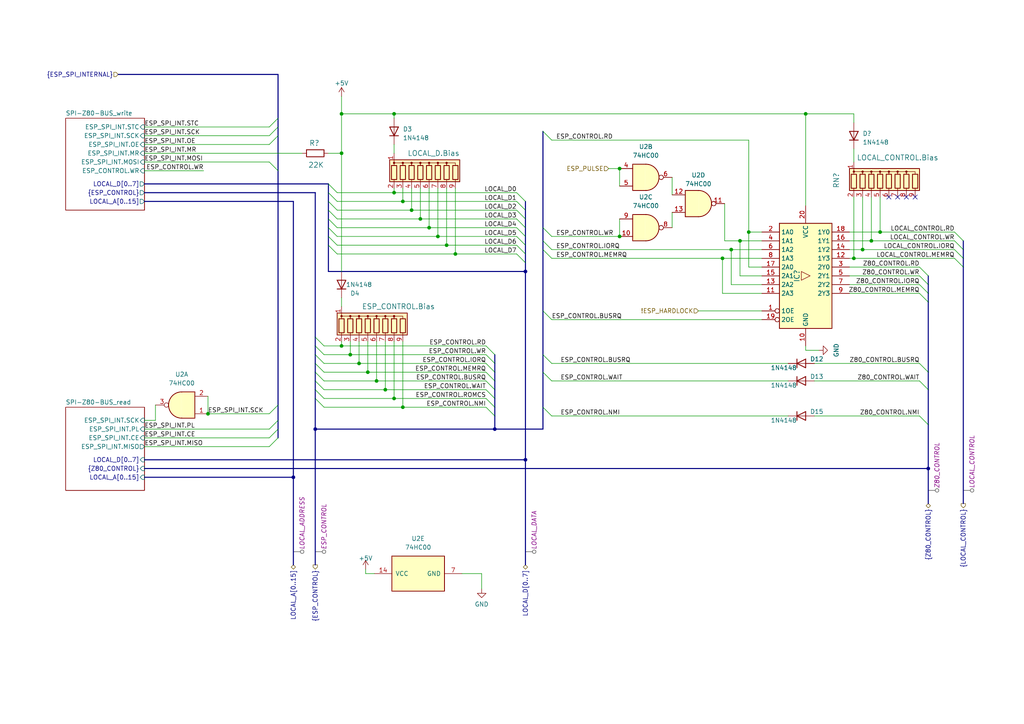
<source format=kicad_sch>
(kicad_sch (version 20230121) (generator eeschema)
  (paper "A4")
  (title_block (title "FujiNet Z80 SPI BUS") (date "2023-07-30") (rev "2") (company "FujiNet") (comment 1 "Fixed SPI Clock") (comment 2 "ROMCS diode removed") (comment 3 "165s Q7 used") (comment 4 "SPI Bus to couple the ESP32 to the Local Bus and Z80 Bus"))
  (lib_symbols
    (symbol "74xx:74HC00" (pin_names (offset 1.016))
      (property "Reference" "U" (at 0 1.27 0))
      (property "Value" "74HC00" (at 0 -1.27 0))
      (symbol "74HC00_1_1"
        (arc (start 0 -3.81) (mid 3.7934 0) (end 0 3.81) (stroke (width 0.254)) (fill (type background)))
        (polyline (pts (xy 0 3.81) (xy -3.81 3.81) (xy -3.81 -3.81) (xy 0 -3.81)) (stroke (width 0.254)) (fill (type background)))
        (pin input line (at -7.62 2.54 0) (length 3.81) (name "~") (number "1"))
        (pin input line (at -7.62 -2.54 0) (length 3.81) (name "~") (number "2"))
        (pin output inverted (at 7.62 0 180) (length 3.81) (name "~") (number "3"))
      )
      (symbol "74HC00_1_2"
        (arc (start -3.81 -3.81) (mid -2.589 0) (end -3.81 3.81) (stroke (width 0.254)))
        (arc (start -0.6096 -3.81) (mid 2.1842 -2.5851) (end 3.81 0) (stroke (width 0.254)) (fill (type background)))
        (polyline (pts (xy -3.81 -3.81) (xy -0.635 -3.81)) (stroke (width 0.254)) (fill (type background)))
        (polyline (pts (xy -3.81 3.81) (xy -0.635 3.81)) (stroke (width 0.254)) (fill (type background)))
        (polyline (pts (xy -0.635 3.81) (xy -3.81 3.81) (xy -3.81 3.81) (xy -3.556 3.4036) (xy -3.0226 2.2606) (xy -2.6924 1.0414) (xy -2.6162 -0.254) (xy -2.7686 -1.4986) (xy -3.175 -2.7178) (xy -3.81 -3.81) (xy -3.81 -3.81) (xy -0.635 -3.81)) (stroke (width -25.4)) (fill (type background)))
        (arc (start 3.81 0) (mid 2.1915 2.5936) (end -0.6096 3.81) (stroke (width 0.254)) (fill (type background)))
        (pin input inverted (at -7.62 2.54 0) (length 4.318) (name "~") (number "1"))
        (pin input inverted (at -7.62 -2.54 0) (length 4.318) (name "~") (number "2"))
        (pin output line (at 7.62 0 180) (length 3.81) (name "~") (number "3"))
      )
      (symbol "74HC00_2_1"
        (arc (start 0 -3.81) (mid 3.7934 0) (end 0 3.81) (stroke (width 0.254)) (fill (type background)))
        (polyline (pts (xy 0 3.81) (xy -3.81 3.81) (xy -3.81 -3.81) (xy 0 -3.81)) (stroke (width 0.254)) (fill (type background)))
        (pin input line (at -7.62 2.54 0) (length 3.81) (name "~") (number "4"))
        (pin input line (at -7.62 -2.54 0) (length 3.81) (name "~") (number "5"))
        (pin output inverted (at 7.62 0 180) (length 3.81) (name "~") (number "6"))
      )
      (symbol "74HC00_2_2"
        (arc (start -3.81 -3.81) (mid -2.589 0) (end -3.81 3.81) (stroke (width 0.254)))
        (arc (start -0.6096 -3.81) (mid 2.1842 -2.5851) (end 3.81 0) (stroke (width 0.254)) (fill (type background)))
        (polyline (pts (xy -3.81 -3.81) (xy -0.635 -3.81)) (stroke (width 0.254)) (fill (type background)))
        (polyline (pts (xy -3.81 3.81) (xy -0.635 3.81)) (stroke (width 0.254)) (fill (type background)))
        (polyline (pts (xy -0.635 3.81) (xy -3.81 3.81) (xy -3.81 3.81) (xy -3.556 3.4036) (xy -3.0226 2.2606) (xy -2.6924 1.0414) (xy -2.6162 -0.254) (xy -2.7686 -1.4986) (xy -3.175 -2.7178) (xy -3.81 -3.81) (xy -3.81 -3.81) (xy -0.635 -3.81)) (stroke (width -25.4)) (fill (type background)))
        (arc (start 3.81 0) (mid 2.1915 2.5936) (end -0.6096 3.81) (stroke (width 0.254)) (fill (type background)))
        (pin input inverted (at -7.62 2.54 0) (length 4.318) (name "~") (number "4"))
        (pin input inverted (at -7.62 -2.54 0) (length 4.318) (name "~") (number "5"))
        (pin output line (at 7.62 0 180) (length 3.81) (name "~") (number "6"))
      )
      (symbol "74HC00_3_1"
        (arc (start 0 -3.81) (mid 3.7934 0) (end 0 3.81) (stroke (width 0.254)) (fill (type background)))
        (polyline (pts (xy 0 3.81) (xy -3.81 3.81) (xy -3.81 -3.81) (xy 0 -3.81)) (stroke (width 0.254)) (fill (type background)))
        (pin input line (at -7.62 -2.54 0) (length 3.81) (name "~") (number "10"))
        (pin output inverted (at 7.62 0 180) (length 3.81) (name "~") (number "8"))
        (pin input line (at -7.62 2.54 0) (length 3.81) (name "~") (number "9"))
      )
      (symbol "74HC00_3_2"
        (arc (start -3.81 -3.81) (mid -2.589 0) (end -3.81 3.81) (stroke (width 0.254)))
        (arc (start -0.6096 -3.81) (mid 2.1842 -2.5851) (end 3.81 0) (stroke (width 0.254)) (fill (type background)))
        (polyline (pts (xy -3.81 -3.81) (xy -0.635 -3.81)) (stroke (width 0.254)) (fill (type background)))
        (polyline (pts (xy -3.81 3.81) (xy -0.635 3.81)) (stroke (width 0.254)) (fill (type background)))
        (polyline (pts (xy -0.635 3.81) (xy -3.81 3.81) (xy -3.81 3.81) (xy -3.556 3.4036) (xy -3.0226 2.2606) (xy -2.6924 1.0414) (xy -2.6162 -0.254) (xy -2.7686 -1.4986) (xy -3.175 -2.7178) (xy -3.81 -3.81) (xy -3.81 -3.81) (xy -0.635 -3.81)) (stroke (width -25.4)) (fill (type background)))
        (arc (start 3.81 0) (mid 2.1915 2.5936) (end -0.6096 3.81) (stroke (width 0.254)) (fill (type background)))
        (pin input inverted (at -7.62 -2.54 0) (length 4.318) (name "~") (number "10"))
        (pin output line (at 7.62 0 180) (length 3.81) (name "~") (number "8"))
        (pin input inverted (at -7.62 2.54 0) (length 4.318) (name "~") (number "9"))
      )
      (symbol "74HC00_4_1"
        (arc (start 0 -3.81) (mid 3.7934 0) (end 0 3.81) (stroke (width 0.254)) (fill (type background)))
        (polyline (pts (xy 0 3.81) (xy -3.81 3.81) (xy -3.81 -3.81) (xy 0 -3.81)) (stroke (width 0.254)) (fill (type background)))
        (pin output inverted (at 7.62 0 180) (length 3.81) (name "~") (number "11"))
        (pin input line (at -7.62 2.54 0) (length 3.81) (name "~") (number "12"))
        (pin input line (at -7.62 -2.54 0) (length 3.81) (name "~") (number "13"))
      )
      (symbol "74HC00_4_2"
        (arc (start -3.81 -3.81) (mid -2.589 0) (end -3.81 3.81) (stroke (width 0.254)))
        (arc (start -0.6096 -3.81) (mid 2.1842 -2.5851) (end 3.81 0) (stroke (width 0.254)) (fill (type background)))
        (polyline (pts (xy -3.81 -3.81) (xy -0.635 -3.81)) (stroke (width 0.254)) (fill (type background)))
        (polyline (pts (xy -3.81 3.81) (xy -0.635 3.81)) (stroke (width 0.254)) (fill (type background)))
        (polyline (pts (xy -0.635 3.81) (xy -3.81 3.81) (xy -3.81 3.81) (xy -3.556 3.4036) (xy -3.0226 2.2606) (xy -2.6924 1.0414) (xy -2.6162 -0.254) (xy -2.7686 -1.4986) (xy -3.175 -2.7178) (xy -3.81 -3.81) (xy -3.81 -3.81) (xy -0.635 -3.81)) (stroke (width -25.4)) (fill (type background)))
        (arc (start 3.81 0) (mid 2.1915 2.5936) (end -0.6096 3.81) (stroke (width 0.254)) (fill (type background)))
        (pin output line (at 7.62 0 180) (length 3.81) (name "~") (number "11"))
        (pin input inverted (at -7.62 2.54 0) (length 4.318) (name "~") (number "12"))
        (pin input inverted (at -7.62 -2.54 0) (length 4.318) (name "~") (number "13"))
      )
      (symbol "74HC00_5_0"
        (pin power_in line (at 0 12.7 270) (length 5.08) (name "VCC") (number "14"))
        (pin power_in line (at 0 -12.7 90) (length 5.08) (name "GND") (number "7"))
      )
      (symbol "74HC00_5_1"
        (rectangle (start -5.08 7.62) (end 5.08 -7.62) (stroke (width 0.254)) (fill (type background)))
      )
    )
    (symbol "74xx:74HC244"
      (property "Reference" "U" (at -7.62 16.51 0))
      (property "Value" "74HC244" (at -7.62 -16.51 0))
      (symbol "74HC244_1_0"
        (polyline (pts (xy 1.27 0) (xy -1.27 1.27) (xy -1.27 -1.27) (xy 1.27 0)) (stroke (width 0.1524)))
        (pin input inverted (at -12.7 -10.16 0) (length 5.08) (name "1OE") (number "1"))
        (pin power_in line (at 0 -20.32 90) (length 5.08) (name "GND") (number "10"))
        (pin input line (at -12.7 -5.08 0) (length 5.08) (name "2A3") (number "11"))
        (pin tri_state line (at 12.7 5.08 180) (length 5.08) (name "1Y3") (number "12"))
        (pin input line (at -12.7 -2.54 0) (length 5.08) (name "2A2") (number "13"))
        (pin tri_state line (at 12.7 7.62 180) (length 5.08) (name "1Y2") (number "14"))
        (pin input line (at -12.7 0 0) (length 5.08) (name "2A1") (number "15"))
        (pin tri_state line (at 12.7 10.16 180) (length 5.08) (name "1Y1") (number "16"))
        (pin input line (at -12.7 2.54 0) (length 5.08) (name "2A0") (number "17"))
        (pin tri_state line (at 12.7 12.7 180) (length 5.08) (name "1Y0") (number "18"))
        (pin input inverted (at -12.7 -12.7 0) (length 5.08) (name "2OE") (number "19"))
        (pin input line (at -12.7 12.7 0) (length 5.08) (name "1A0") (number "2"))
        (pin power_in line (at 0 20.32 270) (length 5.08) (name "VCC") (number "20"))
        (pin tri_state line (at 12.7 2.54 180) (length 5.08) (name "2Y0") (number "3"))
        (pin input line (at -12.7 10.16 0) (length 5.08) (name "1A1") (number "4"))
        (pin tri_state line (at 12.7 0 180) (length 5.08) (name "2Y1") (number "5"))
        (pin input line (at -12.7 7.62 0) (length 5.08) (name "1A2") (number "6"))
        (pin tri_state line (at 12.7 -2.54 180) (length 5.08) (name "2Y2") (number "7"))
        (pin input line (at -12.7 5.08 0) (length 5.08) (name "1A3") (number "8"))
        (pin tri_state line (at 12.7 -5.08 180) (length 5.08) (name "2Y3") (number "9"))
      )
      (symbol "74HC244_1_1"
        (rectangle (start -7.62 15.24) (end 7.62 -15.24) (stroke (width 0.254)) (fill (type background)))
      )
    )
    (symbol "Device:D" (pin_numbers hide) (pin_names (offset 1.016) hide)
      (property "Reference" "D" (at 0 2.54 0))
      (property "Value" "D" (at 0 -2.54 0))
      (symbol "D_0_1"
        (polyline (pts (xy -1.27 1.27) (xy -1.27 -1.27)) (stroke (width 0.254)))
        (polyline (pts (xy 1.27 0) (xy -1.27 0)))
        (polyline (pts (xy 1.27 1.27) (xy 1.27 -1.27) (xy -1.27 0) (xy 1.27 1.27)) (stroke (width 0.254)))
      )
      (symbol "D_1_1"
        (pin passive line (at -3.81 0 0) (length 2.54) (name "K") (number "1"))
        (pin passive line (at 3.81 0 180) (length 2.54) (name "A") (number "2"))
      )
    )
    (symbol "Device:R" (pin_numbers hide) (pin_names (offset 0))
      (property "Reference" "R" (at 2.032 0 90))
      (property "Value" "R" (at 0 0 90))
      (symbol "R_0_1"
        (rectangle (start -1.016 -2.54) (end 1.016 2.54) (stroke (width 0.254)))
      )
      (symbol "R_1_1"
        (pin passive line (at 0 3.81 270) (length 1.27) (name "~") (number "1"))
        (pin passive line (at 0 -3.81 90) (length 1.27) (name "~") (number "2"))
      )
    )
    (symbol "Device:R_Network08" (pin_names (offset 0) hide)
      (property "Reference" "RN" (at -12.7 0 90))
      (property "Value" "R_Network08" (at 10.16 0 90))
      (symbol "R_Network08_0_1"
        (rectangle (start -11.43 -3.175) (end 8.89 3.175) (stroke (width 0.254)) (fill (type background)))
        (rectangle (start -10.922 1.524) (end -9.398 -2.54) (stroke (width 0.254)))
        (circle (center -10.16 2.286) (radius 0.254) (fill (type outline)))
        (rectangle (start -8.382 1.524) (end -6.858 -2.54) (stroke (width 0.254)))
        (circle (center -7.62 2.286) (radius 0.254) (fill (type outline)))
        (rectangle (start -5.842 1.524) (end -4.318 -2.54) (stroke (width 0.254)))
        (circle (center -5.08 2.286) (radius 0.254) (fill (type outline)))
        (rectangle (start -3.302 1.524) (end -1.778 -2.54) (stroke (width 0.254)))
        (circle (center -2.54 2.286) (radius 0.254) (fill (type outline)))
        (rectangle (start -0.762 1.524) (end 0.762 -2.54) (stroke (width 0.254)))
        (polyline (pts (xy -10.16 -2.54) (xy -10.16 -3.81)))
        (polyline (pts (xy -7.62 -2.54) (xy -7.62 -3.81)))
        (polyline (pts (xy -5.08 -2.54) (xy -5.08 -3.81)))
        (polyline (pts (xy -2.54 -2.54) (xy -2.54 -3.81)))
        (polyline (pts (xy 0 -2.54) (xy 0 -3.81)))
        (polyline (pts (xy 2.54 -2.54) (xy 2.54 -3.81)))
        (polyline (pts (xy 5.08 -2.54) (xy 5.08 -3.81)))
        (polyline (pts (xy 7.62 -2.54) (xy 7.62 -3.81)))
        (polyline (pts (xy -10.16 1.524) (xy -10.16 2.286) (xy -7.62 2.286) (xy -7.62 1.524)))
        (polyline (pts (xy -7.62 1.524) (xy -7.62 2.286) (xy -5.08 2.286) (xy -5.08 1.524)))
        (polyline (pts (xy -5.08 1.524) (xy -5.08 2.286) (xy -2.54 2.286) (xy -2.54 1.524)))
        (polyline (pts (xy -2.54 1.524) (xy -2.54 2.286) (xy 0 2.286) (xy 0 1.524)))
        (polyline (pts (xy 0 1.524) (xy 0 2.286) (xy 2.54 2.286) (xy 2.54 1.524)))
        (polyline (pts (xy 2.54 1.524) (xy 2.54 2.286) (xy 5.08 2.286) (xy 5.08 1.524)))
        (polyline (pts (xy 5.08 1.524) (xy 5.08 2.286) (xy 7.62 2.286) (xy 7.62 1.524)))
        (circle (center 0 2.286) (radius 0.254) (fill (type outline)))
        (rectangle (start 1.778 1.524) (end 3.302 -2.54) (stroke (width 0.254)))
        (circle (center 2.54 2.286) (radius 0.254) (fill (type outline)))
        (rectangle (start 4.318 1.524) (end 5.842 -2.54) (stroke (width 0.254)))
        (circle (center 5.08 2.286) (radius 0.254) (fill (type outline)))
        (rectangle (start 6.858 1.524) (end 8.382 -2.54) (stroke (width 0.254)))
      )
      (symbol "R_Network08_1_1"
        (pin passive line (at -10.16 5.08 270) (length 2.54) (name "common") (number "1"))
        (pin passive line (at -10.16 -5.08 90) (length 1.27) (name "R1") (number "2"))
        (pin passive line (at -7.62 -5.08 90) (length 1.27) (name "R2") (number "3"))
        (pin passive line (at -5.08 -5.08 90) (length 1.27) (name "R3") (number "4"))
        (pin passive line (at -2.54 -5.08 90) (length 1.27) (name "R4") (number "5"))
        (pin passive line (at 0 -5.08 90) (length 1.27) (name "R5") (number "6"))
        (pin passive line (at 2.54 -5.08 90) (length 1.27) (name "R6") (number "7"))
        (pin passive line (at 5.08 -5.08 90) (length 1.27) (name "R7") (number "8"))
        (pin passive line (at 7.62 -5.08 90) (length 1.27) (name "R8") (number "9"))
      )
    )
    (symbol "power:+5V" (power) (pin_names (offset 0))
      (property "Value" "+5V" (at 0 3.556 0))
      (symbol "+5V_0_1"
        (polyline (pts (xy -0.762 1.27) (xy 0 2.54)))
        (polyline (pts (xy 0 0) (xy 0 2.54)))
        (polyline (pts (xy 0 2.54) (xy 0.762 1.27)))
      )
      (symbol "+5V_1_1"
        (pin power_in line (at 0 0 90) (length 0) hide (name "+5V") (number "1"))
      )
    )
    (symbol "power:GND" (power) (pin_names (offset 0))
      (property "Value" "GND" (at 0 -3.81 0))
      (symbol "GND_0_1"
        (polyline (pts (xy 0 0) (xy 0 -1.27) (xy 1.27 -1.27) (xy 0 -2.54) (xy -1.27 -1.27) (xy 0 -1.27)))
      )
      (symbol "GND_1_1"
        (pin power_in line (at 0 0 270) (length 0) hide (name "GND") (number "1"))
      )
    )
  )
  (bus_alias "LOCAL_CONTROL" (members "LOCAL_CONTROL.RD" "LOCAL_CONTROL.WR" "LOCAL_CONTROL.IORQ" "LOCAL_CONTROL.MEMRQ"))
  (bus_alias "ESP_CONTROL" (members "ESP_CONTROL.RD" "ESP_CONTROL.WR" "ESP_CONTROL.IORQ" "ESP_CONTROL.MEMRQ" "ESP_CONTROL.BUSRQ" "ESP_CONTROL.WAIT" "ESP_CONTROL.ROMCS" "ESP_CONTROL.NMI"))
  (bus_alias "ESP_SPI_INTERNAL" (members "ESP_SPI_INT.MOSI" "ESP_SPI_INT.SCK" "ESP_SPI_INT.MR" "ESP_SPI_INT.STC" "ESP_SPI_INT.CE" "ESP_SPI_INT.PL" "ESP_SPI_INT.MISO" "ESP_SPI_INT.OE" ""))
  (junction (at 114.3 55.88))
  (junction (at 132.08 73.66))
  (junction (at 116.84 58.42))
  (junction (at 99.06 100.33))
  (junction (at 129.54 71.12))
  (junction (at 179.705 48.895))
  (junction (at 179.705 68.58))
  (junction (at 116.84 118.11))
  (junction (at 209.55 74.93))
  (junction (at 85.09 138.43))
  (junction (at 111.76 113.03))
  (junction (at 217.17 67.31))
  (junction (at 99.06 44.45))
  (junction (at 104.14 105.41))
  (junction (at 250.19 72.39))
  (junction (at 121.92 63.5))
  (junction (at 60.325 120.015))
  (junction (at 114.3 33.02))
  (junction (at 212.09 72.39))
  (junction (at 152.4 78.74))
  (junction (at 119.38 60.96))
  (junction (at 124.46 66.04))
  (junction (at 127 68.58))
  (junction (at 91.44 124.46))
  (junction (at 109.22 110.49))
  (junction (at 255.27 67.31))
  (junction (at 152.4 133.35))
  (junction (at 247.65 74.93))
  (junction (at 114.3 115.57))
  (junction (at 214.63 69.85))
  (junction (at 101.6 102.87))
  (junction (at 252.73 69.85))
  (junction (at 106.68 107.95))
  (junction (at 233.68 33.02))
  (junction (at 269.24 135.89))
  (junction (at 143.51 124.46))
  (junction (at 99.06 33.02))
  (no_connect (at 265.43 57.15))
  (no_connect (at 260.35 57.15))
  (no_connect (at 262.89 57.15))
  (no_connect (at 257.81 57.15))
  (bus_entry (at 78.105 127) (size 2.54 -2.54))
  (bus_entry (at 95.25 63.5) (size 2.54 2.54))
  (bus_entry (at 149.86 73.66) (size 2.54 2.54))
  (bus_entry (at 91.44 97.79) (size 2.54 2.54))
  (bus_entry (at 266.7 82.55) (size 2.54 2.54))
  (bus_entry (at 91.44 110.49) (size 2.54 2.54))
  (bus_entry (at 157.48 107.95) (size 2.54 2.54))
  (bus_entry (at 149.86 66.04) (size 2.54 2.54))
  (bus_entry (at 91.44 105.41) (size 2.54 2.54))
  (bus_entry (at 266.7 105.41) (size 2.54 2.54))
  (bus_entry (at 157.48 90.17) (size 2.54 2.54))
  (bus_entry (at 95.25 71.12) (size 2.54 2.54))
  (bus_entry (at 140.97 100.33) (size 2.54 2.54))
  (bus_entry (at 140.97 110.49) (size 2.54 2.54))
  (bus_entry (at 95.25 68.58) (size 2.54 2.54))
  (bus_entry (at 276.86 74.93) (size 2.54 2.54))
  (bus_entry (at 276.86 69.85) (size 2.54 2.54))
  (bus_entry (at 157.48 38.1) (size 2.54 2.54))
  (bus_entry (at 95.25 58.42) (size 2.54 2.54))
  (bus_entry (at 140.97 118.11) (size 2.54 2.54))
  (bus_entry (at 157.48 66.04) (size 2.54 2.54))
  (bus_entry (at 149.86 58.42) (size 2.54 2.54))
  (bus_entry (at 140.97 105.41) (size 2.54 2.54))
  (bus_entry (at 276.86 72.39) (size 2.54 2.54))
  (bus_entry (at 266.7 77.47) (size 2.54 2.54))
  (bus_entry (at 78.105 129.54) (size 2.54 -2.54))
  (bus_entry (at 157.48 69.85) (size 2.54 2.54))
  (bus_entry (at 78.105 124.46) (size 2.54 -2.54))
  (bus_entry (at 149.86 55.88) (size 2.54 2.54))
  (bus_entry (at 157.48 118.11) (size 2.54 2.54))
  (bus_entry (at 149.86 71.12) (size 2.54 2.54))
  (bus_entry (at 140.97 107.95) (size 2.54 2.54))
  (bus_entry (at 80.645 34.29) (size -2.54 2.54))
  (bus_entry (at 95.25 53.34) (size 2.54 2.54))
  (bus_entry (at 95.25 66.04) (size 2.54 2.54))
  (bus_entry (at 95.25 60.96) (size 2.54 2.54))
  (bus_entry (at 266.7 80.01) (size 2.54 2.54))
  (bus_entry (at 91.44 115.57) (size 2.54 2.54))
  (bus_entry (at 276.86 67.31) (size 2.54 2.54))
  (bus_entry (at 91.44 102.87) (size 2.54 2.54))
  (bus_entry (at 157.48 72.39) (size 2.54 2.54))
  (bus_entry (at 78.105 120.015) (size 2.54 -2.54))
  (bus_entry (at 140.97 115.57) (size 2.54 2.54))
  (bus_entry (at 149.86 60.96) (size 2.54 2.54))
  (bus_entry (at 91.44 107.95) (size 2.54 2.54))
  (bus_entry (at 149.86 63.5) (size 2.54 2.54))
  (bus_entry (at 80.645 36.83) (size -2.54 2.54))
  (bus_entry (at 157.48 102.87) (size 2.54 2.54))
  (bus_entry (at 140.97 102.87) (size 2.54 2.54))
  (bus_entry (at 149.86 68.58) (size 2.54 2.54))
  (bus_entry (at 91.44 100.33) (size 2.54 2.54))
  (bus_entry (at 266.7 85.09) (size 2.54 2.54))
  (bus_entry (at 140.97 113.03) (size 2.54 2.54))
  (bus_entry (at 91.44 113.03) (size 2.54 2.54))
  (bus_entry (at 80.645 39.37) (size -2.54 2.54))
  (bus_entry (at 266.7 110.49) (size 2.54 2.54))
  (bus_entry (at 78.105 46.99) (size 2.54 2.54))
  (bus_entry (at 266.7 120.65) (size 2.54 2.54))
  (bus_entry (at 95.25 55.88) (size 2.54 2.54))
  (wire (pts (xy 111.76 99.06) (xy 111.76 113.03)))
  (bus (pts (xy 279.4 77.47) (xy 279.4 146.05)))
  (wire (pts (xy 41.91 129.54) (xy 78.105 129.54)))
  (wire (pts (xy 237.49 101.6) (xy 233.68 101.6)))
  (bus (pts (xy 91.44 124.46) (xy 91.44 163.83)))
  (bus (pts (xy 269.24 146.05) (xy 269.24 135.89)))
  (bus (pts (xy 157.48 118.11) (xy 157.48 124.46)))
  (bus (pts (xy 95.25 71.12) (xy 95.25 78.74)))
  (bus (pts (xy 269.24 113.03) (xy 269.24 123.19)))
  (bus (pts (xy 91.44 100.33) (xy 91.44 102.87)))
  (wire (pts (xy 176.53 48.895) (xy 179.705 48.895)))
  (bus (pts (xy 91.44 105.41) (xy 91.44 107.95)))
  (wire (pts (xy 132.08 73.66) (xy 132.08 54.61)))
  (wire (pts (xy 114.3 115.57) (xy 140.97 115.57)))
  (wire (pts (xy 109.22 99.06) (xy 109.22 110.49)))
  (wire (pts (xy 124.46 66.04) (xy 124.46 54.61)))
  (bus (pts (xy 80.645 124.46) (xy 80.645 127)))
  (bus (pts (xy 41.91 53.34) (xy 95.25 53.34)))
  (wire (pts (xy 109.22 110.49) (xy 93.98 110.49)))
  (bus (pts (xy 91.44 97.79) (xy 91.44 100.33)))
  (wire (pts (xy 97.79 63.5) (xy 121.92 63.5)))
  (wire (pts (xy 179.705 68.58) (xy 179.705 63.5)))
  (wire (pts (xy 129.54 71.12) (xy 129.54 54.61)))
  (wire (pts (xy 194.945 51.435) (xy 194.945 56.515)))
  (wire (pts (xy 209.55 85.09) (xy 209.55 74.93)))
  (wire (pts (xy 246.38 77.47) (xy 266.7 77.47)))
  (wire (pts (xy 119.38 60.96) (xy 119.38 54.61)))
  (wire (pts (xy 99.06 33.02) (xy 99.06 44.45)))
  (wire (pts (xy 212.09 82.55) (xy 220.98 82.55)))
  (wire (pts (xy 160.02 105.41) (xy 228.6 105.41)))
  (wire (pts (xy 116.84 118.11) (xy 140.97 118.11)))
  (bus (pts (xy 41.91 55.88) (xy 91.44 55.88)))
  (wire (pts (xy 114.3 115.57) (xy 93.98 115.57)))
  (wire (pts (xy 97.79 60.96) (xy 119.38 60.96)))
  (wire (pts (xy 97.79 55.88) (xy 114.3 55.88)))
  (bus (pts (xy 143.51 110.49) (xy 143.51 113.03)))
  (wire (pts (xy 149.86 73.66) (xy 132.08 73.66)))
  (bus (pts (xy 152.4 71.12) (xy 152.4 73.66)))
  (bus (pts (xy 91.44 102.87) (xy 91.44 105.41)))
  (wire (pts (xy 212.09 72.39) (xy 220.98 72.39)))
  (bus (pts (xy 41.91 135.89) (xy 269.24 135.89)))
  (wire (pts (xy 59.055 49.53) (xy 41.91 49.53)))
  (wire (pts (xy 250.19 72.39) (xy 250.19 57.15)))
  (bus (pts (xy 152.4 78.74) (xy 152.4 133.35)))
  (wire (pts (xy 99.06 99.06) (xy 99.06 100.33)))
  (wire (pts (xy 106.045 166.37) (xy 108.585 166.37)))
  (wire (pts (xy 60.325 120.015) (xy 78.105 120.015)))
  (wire (pts (xy 209.55 85.09) (xy 220.98 85.09)))
  (bus (pts (xy 152.4 76.2) (xy 152.4 78.74)))
  (bus (pts (xy 143.51 102.87) (xy 143.51 105.41)))
  (wire (pts (xy 246.38 67.31) (xy 255.27 67.31)))
  (bus (pts (xy 41.91 138.43) (xy 85.09 138.43)))
  (wire (pts (xy 212.09 82.55) (xy 212.09 72.39)))
  (wire (pts (xy 111.76 113.03) (xy 93.98 113.03)))
  (wire (pts (xy 255.27 67.31) (xy 276.86 67.31)))
  (bus (pts (xy 152.4 58.42) (xy 152.4 60.96)))
  (wire (pts (xy 160.02 110.49) (xy 228.6 110.49)))
  (bus (pts (xy 152.4 60.96) (xy 152.4 63.5)))
  (wire (pts (xy 214.63 80.01) (xy 214.63 69.85)))
  (wire (pts (xy 41.91 124.46) (xy 78.105 124.46)))
  (wire (pts (xy 210.185 69.85) (xy 214.63 69.85)))
  (bus (pts (xy 152.4 66.04) (xy 152.4 68.58)))
  (wire (pts (xy 41.91 36.83) (xy 78.105 36.83)))
  (wire (pts (xy 116.84 99.06) (xy 116.84 118.11)))
  (bus (pts (xy 85.09 138.43) (xy 85.09 163.83)))
  (bus (pts (xy 91.44 107.95) (xy 91.44 110.49)))
  (wire (pts (xy 252.73 69.85) (xy 252.73 57.15)))
  (wire (pts (xy 109.22 110.49) (xy 140.97 110.49)))
  (wire (pts (xy 99.06 27.94) (xy 99.06 33.02)))
  (wire (pts (xy 247.65 74.93) (xy 276.86 74.93)))
  (bus (pts (xy 95.25 78.74) (xy 152.4 78.74)))
  (wire (pts (xy 255.27 67.31) (xy 255.27 57.15)))
  (bus (pts (xy 80.645 121.92) (xy 80.645 124.46)))
  (bus (pts (xy 157.48 69.85) (xy 157.48 72.39)))
  (wire (pts (xy 236.22 110.49) (xy 266.7 110.49)))
  (wire (pts (xy 106.68 107.95) (xy 93.98 107.95)))
  (wire (pts (xy 114.3 41.91) (xy 114.3 44.45)))
  (wire (pts (xy 160.02 68.58) (xy 179.705 68.58)))
  (bus (pts (xy 85.09 58.42) (xy 85.09 138.43)))
  (bus (pts (xy 80.645 36.83) (xy 80.645 39.37)))
  (wire (pts (xy 233.68 33.02) (xy 233.68 59.69)))
  (bus (pts (xy 143.51 118.11) (xy 143.51 120.65)))
  (wire (pts (xy 194.945 61.595) (xy 194.945 66.04)))
  (wire (pts (xy 101.6 102.87) (xy 101.6 99.06)))
  (bus (pts (xy 95.25 66.04) (xy 95.25 68.58)))
  (bus (pts (xy 143.51 115.57) (xy 143.51 118.11)))
  (bus (pts (xy 143.51 120.65) (xy 143.51 124.46)))
  (wire (pts (xy 99.06 44.45) (xy 99.06 78.74)))
  (bus (pts (xy 269.24 87.63) (xy 269.24 107.95)))
  (wire (pts (xy 97.79 66.04) (xy 124.46 66.04)))
  (wire (pts (xy 114.3 54.61) (xy 114.3 55.88)))
  (bus (pts (xy 91.44 115.57) (xy 91.44 124.46)))
  (wire (pts (xy 121.92 63.5) (xy 121.92 54.61)))
  (bus (pts (xy 157.48 38.1) (xy 157.48 66.04)))
  (wire (pts (xy 214.63 69.85) (xy 220.98 69.85)))
  (bus (pts (xy 80.645 49.53) (xy 80.645 117.475)))
  (bus (pts (xy 157.48 107.95) (xy 157.48 118.11)))
  (wire (pts (xy 214.63 80.01) (xy 220.98 80.01)))
  (wire (pts (xy 139.7 166.37) (xy 133.985 166.37)))
  (bus (pts (xy 95.25 58.42) (xy 95.25 60.96)))
  (wire (pts (xy 104.14 105.41) (xy 140.97 105.41)))
  (wire (pts (xy 217.17 67.31) (xy 220.98 67.31)))
  (wire (pts (xy 116.84 118.11) (xy 93.98 118.11)))
  (wire (pts (xy 236.22 120.65) (xy 266.7 120.65)))
  (wire (pts (xy 41.91 44.45) (xy 87.63 44.45)))
  (bus (pts (xy 80.645 39.37) (xy 80.645 49.53)))
  (wire (pts (xy 114.3 99.06) (xy 114.3 115.57)))
  (wire (pts (xy 160.02 92.71) (xy 220.98 92.71)))
  (wire (pts (xy 116.84 58.42) (xy 116.84 54.61)))
  (wire (pts (xy 101.6 102.87) (xy 140.97 102.87)))
  (wire (pts (xy 114.3 33.02) (xy 233.68 33.02)))
  (wire (pts (xy 149.86 60.96) (xy 119.38 60.96)))
  (wire (pts (xy 217.17 40.64) (xy 217.17 67.31)))
  (wire (pts (xy 99.06 100.33) (xy 93.98 100.33)))
  (wire (pts (xy 104.14 105.41) (xy 93.98 105.41)))
  (wire (pts (xy 99.06 100.33) (xy 140.97 100.33)))
  (wire (pts (xy 99.06 86.36) (xy 99.06 88.9)))
  (wire (pts (xy 45.085 117.475) (xy 45.085 121.92)))
  (wire (pts (xy 149.86 66.04) (xy 124.46 66.04)))
  (bus (pts (xy 157.48 66.04) (xy 157.48 69.85)))
  (bus (pts (xy 157.48 124.46) (xy 143.51 124.46)))
  (wire (pts (xy 246.38 74.93) (xy 247.65 74.93)))
  (bus (pts (xy 95.25 68.58) (xy 95.25 71.12)))
  (wire (pts (xy 97.79 71.12) (xy 129.54 71.12)))
  (bus (pts (xy 91.44 113.03) (xy 91.44 115.57)))
  (bus (pts (xy 80.645 117.475) (xy 80.645 121.92)))
  (bus (pts (xy 91.44 55.88) (xy 91.44 97.79)))
  (wire (pts (xy 217.17 77.47) (xy 220.98 77.47)))
  (wire (pts (xy 149.86 68.58) (xy 127 68.58)))
  (wire (pts (xy 160.02 120.65) (xy 228.6 120.65)))
  (wire (pts (xy 97.79 58.42) (xy 116.84 58.42)))
  (wire (pts (xy 233.68 101.6) (xy 233.68 100.33)))
  (wire (pts (xy 106.68 99.06) (xy 106.68 107.95)))
  (bus (pts (xy 95.25 53.34) (xy 95.25 55.88)))
  (wire (pts (xy 111.76 113.03) (xy 140.97 113.03)))
  (wire (pts (xy 97.79 73.66) (xy 132.08 73.66)))
  (bus (pts (xy 143.51 105.41) (xy 143.51 107.95)))
  (wire (pts (xy 179.705 53.975) (xy 179.705 48.895)))
  (wire (pts (xy 41.91 46.99) (xy 78.105 46.99)))
  (bus (pts (xy 143.51 113.03) (xy 143.51 115.57)))
  (bus (pts (xy 269.24 107.95) (xy 269.24 113.03)))
  (wire (pts (xy 149.86 55.88) (xy 114.3 55.88)))
  (wire (pts (xy 246.38 69.85) (xy 252.73 69.85)))
  (wire (pts (xy 250.19 72.39) (xy 276.86 72.39)))
  (bus (pts (xy 41.91 133.35) (xy 152.4 133.35)))
  (wire (pts (xy 246.38 80.01) (xy 266.7 80.01)))
  (bus (pts (xy 157.48 90.17) (xy 157.48 102.87)))
  (wire (pts (xy 212.09 72.39) (xy 160.02 72.39)))
  (wire (pts (xy 252.73 69.85) (xy 276.86 69.85)))
  (bus (pts (xy 95.25 60.96) (xy 95.25 63.5)))
  (bus (pts (xy 152.4 63.5) (xy 152.4 66.04)))
  (bus (pts (xy 80.645 21.59) (xy 80.645 34.29)))
  (wire (pts (xy 106.68 107.95) (xy 140.97 107.95)))
  (wire (pts (xy 209.55 74.93) (xy 160.02 74.93)))
  (wire (pts (xy 41.91 121.92) (xy 45.085 121.92)))
  (wire (pts (xy 247.65 43.18) (xy 247.65 46.99)))
  (wire (pts (xy 127 68.58) (xy 127 54.61)))
  (wire (pts (xy 210.185 59.055) (xy 210.185 69.85)))
  (wire (pts (xy 233.68 33.02) (xy 247.65 33.02)))
  (bus (pts (xy 157.48 72.39) (xy 157.48 90.17)))
  (bus (pts (xy 152.4 68.58) (xy 152.4 71.12)))
  (bus (pts (xy 269.24 80.01) (xy 269.24 82.55)))
  (wire (pts (xy 246.38 82.55) (xy 266.7 82.55)))
  (bus (pts (xy 95.25 63.5) (xy 95.25 66.04)))
  (wire (pts (xy 149.86 63.5) (xy 121.92 63.5)))
  (wire (pts (xy 101.6 102.87) (xy 93.98 102.87)))
  (bus (pts (xy 152.4 73.66) (xy 152.4 76.2)))
  (bus (pts (xy 157.48 102.87) (xy 157.48 107.95)))
  (wire (pts (xy 149.86 58.42) (xy 116.84 58.42)))
  (wire (pts (xy 99.06 33.02) (xy 114.3 33.02)))
  (wire (pts (xy 97.79 68.58) (xy 127 68.58)))
  (wire (pts (xy 60.325 114.935) (xy 60.325 120.015)))
  (wire (pts (xy 106.045 165.1) (xy 106.045 166.37)))
  (bus (pts (xy 269.24 135.89) (xy 269.24 123.19)))
  (bus (pts (xy 91.44 110.49) (xy 91.44 113.03)))
  (wire (pts (xy 246.38 72.39) (xy 250.19 72.39)))
  (wire (pts (xy 139.7 166.37) (xy 139.7 170.815)))
  (wire (pts (xy 217.17 40.64) (xy 160.02 40.64)))
  (wire (pts (xy 247.65 35.56) (xy 247.65 33.02)))
  (wire (pts (xy 95.25 44.45) (xy 99.06 44.45)))
  (wire (pts (xy 149.86 71.12) (xy 129.54 71.12)))
  (bus (pts (xy 95.25 55.88) (xy 95.25 58.42)))
  (bus (pts (xy 279.4 77.47) (xy 279.4 74.93)))
  (wire (pts (xy 202.565 90.17) (xy 220.98 90.17)))
  (wire (pts (xy 41.91 39.37) (xy 78.105 39.37)))
  (wire (pts (xy 114.3 33.02) (xy 114.3 34.29)))
  (wire (pts (xy 104.14 99.06) (xy 104.14 105.41)))
  (bus (pts (xy 269.24 82.55) (xy 269.24 85.09)))
  (bus (pts (xy 41.91 58.42) (xy 85.09 58.42)))
  (wire (pts (xy 41.91 127) (xy 78.105 127)))
  (bus (pts (xy 91.44 124.46) (xy 143.51 124.46)))
  (wire (pts (xy 247.65 74.93) (xy 247.65 57.15)))
  (wire (pts (xy 41.91 41.91) (xy 78.105 41.91)))
  (bus (pts (xy 152.4 133.35) (xy 152.4 163.83)))
  (wire (pts (xy 209.55 74.93) (xy 220.98 74.93)))
  (bus (pts (xy 80.645 34.29) (xy 80.645 36.83)))
  (bus (pts (xy 269.24 85.09) (xy 269.24 87.63)))
  (wire (pts (xy 246.38 85.09) (xy 266.7 85.09)))
  (wire (pts (xy 236.22 105.41) (xy 266.7 105.41)))
  (wire (pts (xy 217.17 67.31) (xy 217.17 77.47)))
  (bus (pts (xy 279.4 72.39) (xy 279.4 69.85)))
  (bus (pts (xy 34.29 21.59) (xy 80.645 21.59)))
  (bus (pts (xy 279.4 74.93) (xy 279.4 72.39)))
  (bus (pts (xy 143.51 107.95) (xy 143.51 110.49)))
  (label "ESP_SPI_INT.STC" (at 41.91 36.83 0))
  (label "LOCAL_D5" (at 149.86 68.58 180))
  (label "ESP_CONTROL.IORQ" (at 161.29 72.39 0))
  (label "Z80_CONTROL.WR" (at 266.7 80.01 180))
  (label "LOCAL_CONTROL.IORQ" (at 276.86 72.39 180))
  (label "ESP_CONTROL.RD" (at 140.97 100.33 180))
  (label "Z80_CONTROL.MEMRQ" (at 266.7 85.09 180))
  (label "LOCAL_D7" (at 149.86 73.66 180))
  (label "ESP_CONTROL.BUSRQ" (at 160.02 92.71 0))
  (label "ESP_CONTROL.MEMRQ" (at 140.97 107.95 180))
  (label "LOCAL_D2" (at 149.86 60.96 180))
  (label "LOCAL_D3" (at 149.86 63.5 180))
  (label "Z80_CONTROL.WAIT" (at 266.7 110.49 180))
  (label "ESP_CONTROL.WR" (at 161.29 68.58 0))
  (label "ESP_SPI_INT.CE" (at 41.91 127 0))
  (label "Z80_CONTROL.NMI" (at 266.7 120.65 180))
  (label "ESP_SPI_INT.SCK" (at 60.325 120.015 0))
  (label "LOCAL_CONTROL.RD" (at 276.86 67.31 180))
  (label "Z80_CONTROL.RD" (at 266.7 77.47 180))
  (label "LOCAL_D0" (at 149.86 55.88 180))
  (label "ESP_CONTROL.ROMCS" (at 140.97 115.57 180))
  (label "ESP_SPI_INT.OE" (at 41.91 41.91 0))
  (label "LOCAL_D4" (at 149.86 66.04 180))
  (label "ESP_CONTROL.WR" (at 59.055 49.53 180))
  (label "ESP_CONTROL.NMI" (at 162.56 120.65 0))
  (label "ESP_CONTROL.RD" (at 161.29 40.64 0))
  (label "LOCAL_CONTROL.MEMRQ" (at 276.86 74.93 180))
  (label "Z80_CONTROL.BUSRQ" (at 266.7 105.41 180))
  (label "ESP_CONTROL.MEMRQ" (at 161.29 74.93 0))
  (label "ESP_CONTROL.IORQ" (at 140.97 105.41 180))
  (label "ESP_CONTROL.BUSRQ" (at 162.56 105.41 0))
  (label "LOCAL_D1" (at 149.86 58.42 180))
  (label "ESP_CONTROL.BUSRQ" (at 140.97 110.49 180))
  (label "ESP_SPI_INT.MISO" (at 41.91 129.54 0))
  (label "LOCAL_CONTROL.WR" (at 276.86 69.85 180))
  (label "ESP_CONTROL.WAIT" (at 140.97 113.03 180))
  (label "ESP_CONTROL.NMI" (at 140.97 118.11 180))
  (label "ESP_SPI_INT.SCK" (at 41.91 39.37 0))
  (label "Z80_CONTROL.IORQ" (at 266.7 82.55 180))
  (label "ESP_CONTROL.WAIT" (at 162.56 110.49 0))
  (label "ESP_SPI_INT.MR" (at 41.91 44.45 0))
  (label "ESP_SPI_INT.MOSI" (at 41.91 46.99 0))
  (label "ESP_CONTROL.WR" (at 140.97 102.87 180))
  (label "LOCAL_D6" (at 149.86 71.12 180))
  (label "ESP_SPI_INT.PL" (at 41.91 124.46 0))
  (hierarchical_label "{ESP_SPI_INTERNAL}" (shape input) (at 34.29 21.59 180))
  (hierarchical_label "{ESP_CONTROL}" (shape output) (at 91.44 163.83 270))
  (hierarchical_label "LOCAL_A[0..15]" (shape bidirectional) (at 85.09 163.83 270))
  (hierarchical_label "{LOCAL_CONTROL}" (shape output) (at 279.4 146.05 270))
  (hierarchical_label "{Z80_CONTROL}" (shape bidirectional) (at 269.24 146.05 270))
  (hierarchical_label "!ESP_HARDLOCK" (shape input) (at 202.565 90.17 180))
  (hierarchical_label "LOCAL_D[0..7]" (shape bidirectional) (at 152.4 163.83 270))
  (hierarchical_label "ESP_PULSE" (shape input) (at 176.53 48.895 180))
  (netclass_flag "" (length 2.54) (shape round) (at 85.09 160.02 270) (property "Netclass" "LOCAL_ADDRESS" (at 87.63 159.4104 90) (effects (font italic) (justify left))))
  (netclass_flag "" (length 2.54) (shape round) (at 91.44 160.02 270) (property "Netclass" "ESP_CONTROL" (at 93.98 159.4104 90) (effects (font italic) (justify left))))
  (netclass_flag "" (length 2.54) (shape round) (at 279.4 142.24 270) (property "Netclass" "LOCAL_CONTROL" (at 281.94 141.6304 90) (effects (font italic) (justify left))))
  (netclass_flag "" (length 2.54) (shape round) (at 152.4 160.02 270) (property "Netclass" "LOCAL_DATA" (at 154.94 159.4104 90) (effects (font italic) (justify left))))
  (netclass_flag "" (length 2.54) (shape round) (at 269.24 142.24 270) (property "Netclass" "Z80_CONTROL" (at 271.78 141.6304 90) (effects (font italic) (justify left))))
  (symbol (lib_id "74xx:74HC244") (at 233.68 80.01 0) (unit 1)
    (property "Reference" "IC?" (at 231.14 80.01 90) (effects (font (size 1.4986 1.4986))))
    (property "Value" "74HC244N" (effects hide))
    (property "Footprint" "Package_DIP:DIP-20_W7.62mm_Socket" (effects hide))
    (property "Datasheet" "https://assets.nexperia.com/documents/data-sheet/74HC_HCT244.pdf" (effects hide))
  )
  (symbol (lib_id "Device:D") (at 232.41 105.41 0) (unit 1)
    (property "Reference" "D12" (at 234.95 104.14 0) (effects (justify left)))
    (property "Value" "1N4148" (at 223.52 106.68 0) (effects (justify left)))
    (property "Footprint" "Diode_THT:D_T-1_P5.08mm_Horizontal" (effects hide))
  )
  (symbol (lib_id "Device:R_Network08") (at 109.22 93.98 0) (unit 1)
    (property "Reference" "ESP_CONTROL.Bias" (at 115.57 88.9 0) (effects (font (size 1.4986 1.4986))))
    (property "Value" "4609M-101-103LF" (effects hide))
    (property "Footprint" "Resistor_THT:R_Array_SIP9" (effects hide))
    (property "Datasheet" "http://www.vishay.com/docs/31509/csc.pdf" (effects hide))
  )
  (symbol (lib_id "74xx:74HC00") (at 121.285 166.37 90) (unit 5)
    (property "Reference" "U2" (at 121.285 156.21 90))
    (property "Value" "74HC00" (at 121.285 158.75 90))
    (property "Footprint" "Package_DIP:DIP-14_W7.62mm_Socket" (effects hide))
    (property "Datasheet" "http://www.ti.com/lit/gpn/sn74hc00" (effects hide))
    (instances (project "SPI-Z80-BUS-ZXSpectrum_impl_V2" (path "" (reference "U2") (unit 5)) (path "" (reference "U1") (unit 5))))
  )
  (symbol (lib_id "Device:R_Network08") (at 124.46 49.53 0) (unit 1)
    (property "Reference" "LOCAL_D.Bias" (at 133.35 44.45 0) (effects (font (size 1.4986 1.4986)) (justify right)))
    (property "Value" "4609M-101-103LF" (effects hide))
    (property "Footprint" "Resistor_THT:R_Array_SIP9" (effects hide))
    (property "Datasheet" "http://www.vishay.com/docs/31509/csc.pdf" (effects hide))
  )
  (symbol (lib_id "Device:D") (at 232.41 110.49 0) (unit 1)
    (property "Reference" "D13" (at 234.95 109.22 0) (effects (justify left)))
    (property "Value" "1N4148" (at 223.52 111.76 0) (effects (justify left)))
    (property "Footprint" "Diode_THT:D_T-1_P5.08mm_Horizontal" (effects hide))
  )
  (symbol (lib_id "Device:R_Network08") (at 257.81 52.07 0) (unit 1)
    (property "Reference" "RN?" (at 242.57 52.324 90) (effects (font (size 1.4986 1.4986))))
    (property "Value" "LOCAL_CONTROL.Bias" (at 260.35 45.72 0) (effects (font (size 1.4986 1.4986))))
    (property "Footprint" "Resistor_THT:R_Array_SIP9" (effects hide))
    (property "Datasheet" "http://www.vishay.com/docs/31509/csc.pdf" (effects hide))
  )
  (symbol (lib_id "power:+5V") (at 99.06 27.94 0) (unit 1)
    (property "Reference" "#PWR018" (effects hide))
    (property "Value" "+5V" (at 99.06 24.13 0))
  )
  (symbol (lib_id "74xx:74HC00") (at 187.325 51.435 0) (unit 2)
    (property "Reference" "U2" (at 187.3167 42.545 0))
    (property "Value" "74HC00" (at 187.3167 45.085 0))
    (property "Footprint" "Package_DIP:DIP-14_W7.62mm_Socket" (effects hide))
    (property "Datasheet" "http://www.ti.com/lit/gpn/sn74hc00" (effects hide))
    (instances (project "SPI-Z80-BUS-ZXSpectrum_impl_V2" (path "" (reference "U2") (unit 2)) (path "" (reference "U1") (unit 2))))
  )
  (symbol (lib_id "power:+5V") (at 106.045 165.1 0) (unit 1)
    (property "Reference" "#PWR01" (effects hide))
    (property "Value" "+5V" (at 106.045 161.925 0))
    (instances (project "SPI-Z80-BUS-ZXSpectrum_impl_V2" (path "" (reference "#PWR01") (unit 1)) (path "" (reference "#PWR02") (unit 1))))
  )
  (symbol (lib_id "74xx:74HC00") (at 202.565 59.055 0) (unit 4)
    (property "Reference" "U2" (at 202.5567 50.8 0))
    (property "Value" "74HC00" (at 202.5567 53.34 0))
    (property "Footprint" "Package_DIP:DIP-14_W7.62mm_Socket" (effects hide))
    (property "Datasheet" "http://www.ti.com/lit/gpn/sn74hc00" (effects hide))
    (instances (project "SPI-Z80-BUS-ZXSpectrum_impl_V2" (path "" (reference "U2") (unit 4)) (path "" (reference "U1") (unit 4))))
  )
  (symbol (lib_id "Device:R") (at 91.44 44.45 90) (unit 1)
    (property "Reference" "R?" (at 92.71 40.64 90) (effects (font (size 1.4986 1.4986)) (justify left bottom)))
    (property "Value" "22K" (at 93.98 46.99 90) (effects (font (size 1.4986 1.4986)) (justify left bottom)))
    (property "Footprint" "Resistor_THT:R_Axial_DIN0207_L6.3mm_D2.5mm_P10.16mm_Horizontal" (effects hide))
  )
  (symbol (lib_id "power:GND") (at 237.49 101.6 90) (unit 1)
    (property "Reference" "#PWR016" (effects hide))
    (property "Value" "GND" (at 242.57 101.6 0))
  )
  (symbol (lib_id "Device:D") (at 247.65 39.37 270) (mirror x) (unit 1)
    (property "Reference" "D?" (at 250.19 38.735 90) (effects (justify left)))
    (property "Value" "1N4148" (at 250.19 41.275 90) (effects (justify left)))
    (property "Footprint" "Diode_THT:D_T-1_P5.08mm_Horizontal" (effects hide))
  )
  (symbol (lib_id "power:GND") (at 139.7 170.815 0) (unit 1)
    (property "Reference" "#PWR02" (effects hide))
    (property "Value" "GND" (at 139.7 175.26 0))
    (instances (project "SPI-Z80-BUS-ZXSpectrum_impl_V2" (path "" (reference "#PWR02") (unit 1)) (path "" (reference "#PWR03") (unit 1))))
  )
  (symbol (lib_id "Device:D") (at 114.3 38.1 270) (mirror x) (unit 1)
    (property "Reference" "D3" (at 116.84 37.465 90) (effects (justify left)))
    (property "Value" "1N4148" (at 116.84 40.005 90) (effects (justify left)))
    (property "Footprint" "Diode_THT:D_T-1_P5.08mm_Horizontal" (effects hide))
  )
  (symbol (lib_id "74xx:74HC00") (at 52.705 117.475 180) (unit 1)
    (property "Reference" "U2" (at 52.7133 108.585 0))
    (property "Value" "74HC00" (at 52.7133 111.125 0))
    (property "Footprint" "Package_DIP:DIP-14_W7.62mm_Socket" (effects hide))
    (property "Datasheet" "http://www.ti.com/lit/gpn/sn74hc00" (effects hide))
    (instances (project "SPI-Z80-BUS-ZXSpectrum_impl_V2" (path "" (reference "U2") (unit 1)) (path "" (reference "U1") (unit 1))))
  )
  (symbol (lib_id "Device:D") (at 99.06 82.55 90) (unit 1)
    (property "Reference" "D4" (at 101.6 85.09 90) (effects (justify right)))
    (property "Value" "1N4148" (at 100.33 82.55 90) (effects (justify right)))
    (property "Footprint" "Diode_THT:D_T-1_P5.08mm_Horizontal" (effects hide))
  )
  (symbol (lib_id "74xx:74HC00") (at 187.325 66.04 0) (unit 3)
    (property "Reference" "U2" (at 187.3167 57.15 0))
    (property "Value" "74HC00" (at 187.3167 59.69 0))
    (property "Footprint" "Package_DIP:DIP-14_W7.62mm_Socket" (effects hide))
    (property "Datasheet" "http://www.ti.com/lit/gpn/sn74hc00" (effects hide))
    (instances (project "SPI-Z80-BUS-ZXSpectrum_impl_V2" (path "" (reference "U2") (unit 3)) (path "" (reference "U1") (unit 3))))
  )
  (symbol (lib_id "Device:D") (at 232.41 120.65 0) (unit 1)
    (property "Reference" "D15" (at 234.95 119.38 0) (effects (justify left)))
    (property "Value" "1N4148" (at 223.52 121.92 0) (effects (justify left)))
    (property "Footprint" "Diode_THT:D_T-1_P5.08mm_Horizontal" (effects hide))
  )
  (sheet (at 19.05 118.11) (size 22.86 24.13) (stroke (width 0.1524))
    (property "Sheetname" "SPI-Z80-BUS_read" (at 19.05 117.3984 0) (effects (justify left bottom)))
    (property "Sheetfile" "SPI-Z80-BUS_read.kicad_sch" (effects hide))
    (pin "{Z80_CONTROL}" input (at 41.91 135.89 0))
    (pin "LOCAL_D[0..7]" input (at 41.91 133.35 0))
    (pin "ESP_SPI_INT.PL" input (at 41.91 124.46 0))
    (pin "ESP_SPI_INT.SCK" input (at 41.91 121.92 0))
    (pin "ESP_SPI_INT.CE" input (at 41.91 127 0))
    (pin "ESP_SPI_INT.MISO" output (at 41.91 129.54 0))
    (pin "LOCAL_A[0..15]" input (at 41.91 138.43 0))
  )
  (sheet (at 19.05 34.29) (size 22.86 26.67) (stroke (width 0.1524))
    (property "Sheetname" "SPI-Z80-BUS_write" (at 19.05 33.5784 0) (effects (justify left bottom)))
    (property "Sheetfile" "SPI-Z80-BUS_write.kicad_sch" (effects hide))
    (pin "LOCAL_A[0..15]" output (at 41.91 58.42 0))
    (pin "LOCAL_D[0..7]" output (at 41.91 53.34 0))
    (pin "{ESP_CONTROL}" output (at 41.91 55.88 0))
    (pin "ESP_SPI_INT.OE" input (at 41.91 41.91 0))
    (pin "ESP_SPI_INT.MOSI" input (at 41.91 46.99 0))
    (pin "ESP_SPI_INT.MR" input (at 41.91 44.45 0))
    (pin "ESP_SPI_INT.SCK" input (at 41.91 39.37 0))
    (pin "ESP_SPI_INT.STC" input (at 41.91 36.83 0))
    (pin "ESP_CONTROL.WR" input (at 41.91 49.53 0))
  )
)
</source>
